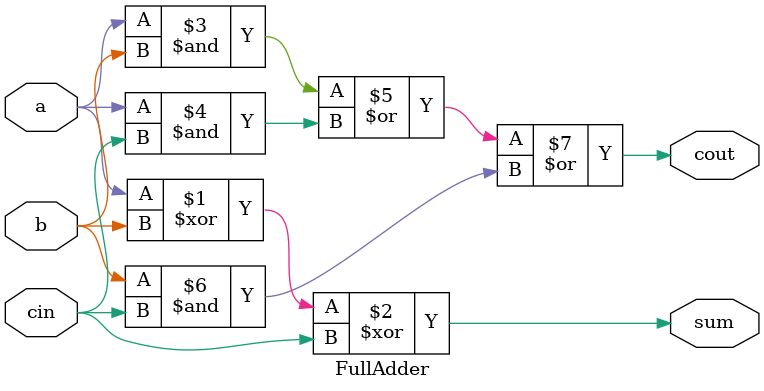
<source format=v>

module 	FullAdder(a, b, cin, sum, cout);

input 	a, b, cin;
output 	sum, cout;

assign	sum = a ^ b ^ cin;
assign 	cout = (a & b) | (a & cin) | (b & cin);

endmodule

</source>
